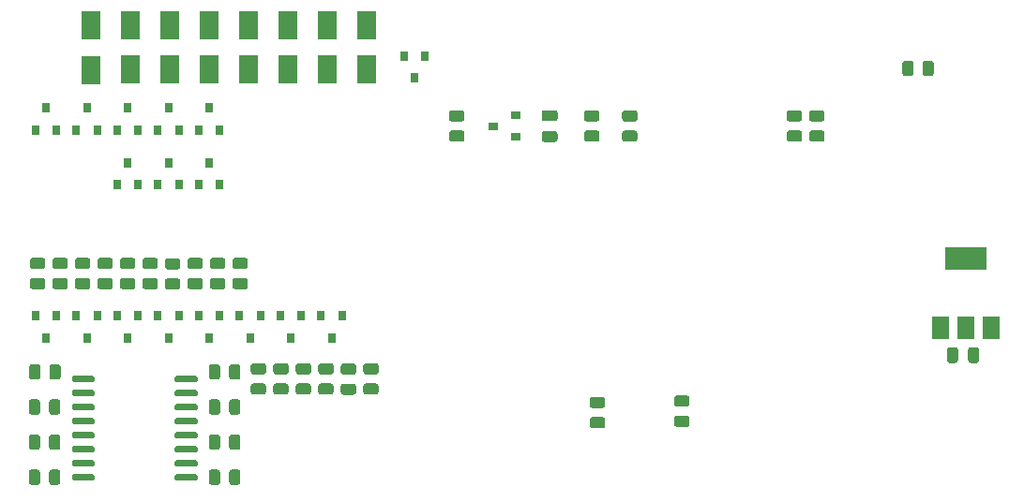
<source format=gtp>
G04 #@! TF.GenerationSoftware,KiCad,Pcbnew,5.1.12-84ad8e8a86~92~ubuntu20.04.1*
G04 #@! TF.CreationDate,2022-01-09T20:19:30+01:00*
G04 #@! TF.ProjectId,ESPHome-Thermostat-pcb,45535048-6f6d-4652-9d54-6865726d6f73,1.0*
G04 #@! TF.SameCoordinates,Original*
G04 #@! TF.FileFunction,Paste,Top*
G04 #@! TF.FilePolarity,Positive*
%FSLAX46Y46*%
G04 Gerber Fmt 4.6, Leading zero omitted, Abs format (unit mm)*
G04 Created by KiCad (PCBNEW 5.1.12-84ad8e8a86~92~ubuntu20.04.1) date 2022-01-09 20:19:30*
%MOMM*%
%LPD*%
G01*
G04 APERTURE LIST*
%ADD10R,0.800000X0.900000*%
%ADD11R,1.500000X2.000000*%
%ADD12R,3.800000X2.000000*%
%ADD13R,0.900000X0.800000*%
%ADD14R,1.800000X2.500000*%
G04 APERTURE END LIST*
G36*
G01*
X102304002Y-95612000D02*
X101403998Y-95612000D01*
G75*
G02*
X101154000Y-95362002I0J249998D01*
G01*
X101154000Y-94836998D01*
G75*
G02*
X101403998Y-94587000I249998J0D01*
G01*
X102304002Y-94587000D01*
G75*
G02*
X102554000Y-94836998I0J-249998D01*
G01*
X102554000Y-95362002D01*
G75*
G02*
X102304002Y-95612000I-249998J0D01*
G01*
G37*
G36*
G01*
X102304002Y-97437000D02*
X101403998Y-97437000D01*
G75*
G02*
X101154000Y-97187002I0J249998D01*
G01*
X101154000Y-96661998D01*
G75*
G02*
X101403998Y-96412000I249998J0D01*
G01*
X102304002Y-96412000D01*
G75*
G02*
X102554000Y-96661998I0J-249998D01*
G01*
X102554000Y-97187002D01*
G75*
G02*
X102304002Y-97437000I-249998J0D01*
G01*
G37*
G36*
G01*
X109023998Y-96285000D02*
X109924002Y-96285000D01*
G75*
G02*
X110174000Y-96534998I0J-249998D01*
G01*
X110174000Y-97060002D01*
G75*
G02*
X109924002Y-97310000I-249998J0D01*
G01*
X109023998Y-97310000D01*
G75*
G02*
X108774000Y-97060002I0J249998D01*
G01*
X108774000Y-96534998D01*
G75*
G02*
X109023998Y-96285000I249998J0D01*
G01*
G37*
G36*
G01*
X109023998Y-94460000D02*
X109924002Y-94460000D01*
G75*
G02*
X110174000Y-94709998I0J-249998D01*
G01*
X110174000Y-95235002D01*
G75*
G02*
X109924002Y-95485000I-249998J0D01*
G01*
X109023998Y-95485000D01*
G75*
G02*
X108774000Y-95235002I0J249998D01*
G01*
X108774000Y-94709998D01*
G75*
G02*
X109023998Y-94460000I249998J0D01*
G01*
G37*
G36*
G01*
X89604002Y-69704000D02*
X88703998Y-69704000D01*
G75*
G02*
X88454000Y-69454002I0J249998D01*
G01*
X88454000Y-68928998D01*
G75*
G02*
X88703998Y-68679000I249998J0D01*
G01*
X89604002Y-68679000D01*
G75*
G02*
X89854000Y-68928998I0J-249998D01*
G01*
X89854000Y-69454002D01*
G75*
G02*
X89604002Y-69704000I-249998J0D01*
G01*
G37*
G36*
G01*
X89604002Y-71529000D02*
X88703998Y-71529000D01*
G75*
G02*
X88454000Y-71279002I0J249998D01*
G01*
X88454000Y-70753998D01*
G75*
G02*
X88703998Y-70504000I249998J0D01*
G01*
X89604002Y-70504000D01*
G75*
G02*
X89854000Y-70753998I0J-249998D01*
G01*
X89854000Y-71279002D01*
G75*
G02*
X89604002Y-71529000I-249998J0D01*
G01*
G37*
D10*
X85344000Y-65770000D03*
X84394000Y-63770000D03*
X86294000Y-63770000D03*
G36*
G01*
X121215998Y-70504000D02*
X122116002Y-70504000D01*
G75*
G02*
X122366000Y-70753998I0J-249998D01*
G01*
X122366000Y-71279002D01*
G75*
G02*
X122116002Y-71529000I-249998J0D01*
G01*
X121215998Y-71529000D01*
G75*
G02*
X120966000Y-71279002I0J249998D01*
G01*
X120966000Y-70753998D01*
G75*
G02*
X121215998Y-70504000I249998J0D01*
G01*
G37*
G36*
G01*
X121215998Y-68679000D02*
X122116002Y-68679000D01*
G75*
G02*
X122366000Y-68928998I0J-249998D01*
G01*
X122366000Y-69454002D01*
G75*
G02*
X122116002Y-69704000I-249998J0D01*
G01*
X121215998Y-69704000D01*
G75*
G02*
X120966000Y-69454002I0J249998D01*
G01*
X120966000Y-68928998D01*
G75*
G02*
X121215998Y-68679000I249998J0D01*
G01*
G37*
G36*
G01*
X120084002Y-69704000D02*
X119183998Y-69704000D01*
G75*
G02*
X118934000Y-69454002I0J249998D01*
G01*
X118934000Y-68928998D01*
G75*
G02*
X119183998Y-68679000I249998J0D01*
G01*
X120084002Y-68679000D01*
G75*
G02*
X120334000Y-68928998I0J-249998D01*
G01*
X120334000Y-69454002D01*
G75*
G02*
X120084002Y-69704000I-249998J0D01*
G01*
G37*
G36*
G01*
X120084002Y-71529000D02*
X119183998Y-71529000D01*
G75*
G02*
X118934000Y-71279002I0J249998D01*
G01*
X118934000Y-70753998D01*
G75*
G02*
X119183998Y-70504000I249998J0D01*
G01*
X120084002Y-70504000D01*
G75*
G02*
X120334000Y-70753998I0J-249998D01*
G01*
X120334000Y-71279002D01*
G75*
G02*
X120084002Y-71529000I-249998J0D01*
G01*
G37*
G36*
G01*
X101796002Y-69704000D02*
X100895998Y-69704000D01*
G75*
G02*
X100646000Y-69454002I0J249998D01*
G01*
X100646000Y-68928998D01*
G75*
G02*
X100895998Y-68679000I249998J0D01*
G01*
X101796002Y-68679000D01*
G75*
G02*
X102046000Y-68928998I0J-249998D01*
G01*
X102046000Y-69454002D01*
G75*
G02*
X101796002Y-69704000I-249998J0D01*
G01*
G37*
G36*
G01*
X101796002Y-71529000D02*
X100895998Y-71529000D01*
G75*
G02*
X100646000Y-71279002I0J249998D01*
G01*
X100646000Y-70753998D01*
G75*
G02*
X100895998Y-70504000I249998J0D01*
G01*
X101796002Y-70504000D01*
G75*
G02*
X102046000Y-70753998I0J-249998D01*
G01*
X102046000Y-71279002D01*
G75*
G02*
X101796002Y-71529000I-249998J0D01*
G01*
G37*
G36*
G01*
X105225002Y-69704000D02*
X104324998Y-69704000D01*
G75*
G02*
X104075000Y-69454002I0J249998D01*
G01*
X104075000Y-68928998D01*
G75*
G02*
X104324998Y-68679000I249998J0D01*
G01*
X105225002Y-68679000D01*
G75*
G02*
X105475000Y-68928998I0J-249998D01*
G01*
X105475000Y-69454002D01*
G75*
G02*
X105225002Y-69704000I-249998J0D01*
G01*
G37*
G36*
G01*
X105225002Y-71529000D02*
X104324998Y-71529000D01*
G75*
G02*
X104075000Y-71279002I0J249998D01*
G01*
X104075000Y-70753998D01*
G75*
G02*
X104324998Y-70504000I249998J0D01*
G01*
X105225002Y-70504000D01*
G75*
G02*
X105475000Y-70753998I0J-249998D01*
G01*
X105475000Y-71279002D01*
G75*
G02*
X105225002Y-71529000I-249998J0D01*
G01*
G37*
G36*
G01*
X51566500Y-91878998D02*
X51566500Y-92779002D01*
G75*
G02*
X51316502Y-93029000I-249998J0D01*
G01*
X50791498Y-93029000D01*
G75*
G02*
X50541500Y-92779002I0J249998D01*
G01*
X50541500Y-91878998D01*
G75*
G02*
X50791498Y-91629000I249998J0D01*
G01*
X51316502Y-91629000D01*
G75*
G02*
X51566500Y-91878998I0J-249998D01*
G01*
G37*
G36*
G01*
X53391500Y-91878998D02*
X53391500Y-92779002D01*
G75*
G02*
X53141502Y-93029000I-249998J0D01*
G01*
X52616498Y-93029000D01*
G75*
G02*
X52366500Y-92779002I0J249998D01*
G01*
X52366500Y-91878998D01*
G75*
G02*
X52616498Y-91629000I249998J0D01*
G01*
X53141502Y-91629000D01*
G75*
G02*
X53391500Y-91878998I0J-249998D01*
G01*
G37*
G36*
G01*
X65982002Y-83039000D02*
X65081998Y-83039000D01*
G75*
G02*
X64832000Y-82789002I0J249998D01*
G01*
X64832000Y-82263998D01*
G75*
G02*
X65081998Y-82014000I249998J0D01*
G01*
X65982002Y-82014000D01*
G75*
G02*
X66232000Y-82263998I0J-249998D01*
G01*
X66232000Y-82789002D01*
G75*
G02*
X65982002Y-83039000I-249998J0D01*
G01*
G37*
G36*
G01*
X65982002Y-84864000D02*
X65081998Y-84864000D01*
G75*
G02*
X64832000Y-84614002I0J249998D01*
G01*
X64832000Y-84088998D01*
G75*
G02*
X65081998Y-83839000I249998J0D01*
G01*
X65982002Y-83839000D01*
G75*
G02*
X66232000Y-84088998I0J-249998D01*
G01*
X66232000Y-84614002D01*
G75*
G02*
X65982002Y-84864000I-249998J0D01*
G01*
G37*
G36*
G01*
X63049998Y-83862500D02*
X63950002Y-83862500D01*
G75*
G02*
X64200000Y-84112498I0J-249998D01*
G01*
X64200000Y-84637502D01*
G75*
G02*
X63950002Y-84887500I-249998J0D01*
G01*
X63049998Y-84887500D01*
G75*
G02*
X62800000Y-84637502I0J249998D01*
G01*
X62800000Y-84112498D01*
G75*
G02*
X63049998Y-83862500I249998J0D01*
G01*
G37*
G36*
G01*
X63049998Y-82037500D02*
X63950002Y-82037500D01*
G75*
G02*
X64200000Y-82287498I0J-249998D01*
G01*
X64200000Y-82812502D01*
G75*
G02*
X63950002Y-83062500I-249998J0D01*
G01*
X63049998Y-83062500D01*
G75*
G02*
X62800000Y-82812502I0J249998D01*
G01*
X62800000Y-82287498D01*
G75*
G02*
X63049998Y-82037500I249998J0D01*
G01*
G37*
G36*
G01*
X68599000Y-92779002D02*
X68599000Y-91878998D01*
G75*
G02*
X68848998Y-91629000I249998J0D01*
G01*
X69374002Y-91629000D01*
G75*
G02*
X69624000Y-91878998I0J-249998D01*
G01*
X69624000Y-92779002D01*
G75*
G02*
X69374002Y-93029000I-249998J0D01*
G01*
X68848998Y-93029000D01*
G75*
G02*
X68599000Y-92779002I0J249998D01*
G01*
G37*
G36*
G01*
X66774000Y-92779002D02*
X66774000Y-91878998D01*
G75*
G02*
X67023998Y-91629000I249998J0D01*
G01*
X67549002Y-91629000D01*
G75*
G02*
X67799000Y-91878998I0J-249998D01*
G01*
X67799000Y-92779002D01*
G75*
G02*
X67549002Y-93029000I-249998J0D01*
G01*
X67023998Y-93029000D01*
G75*
G02*
X66774000Y-92779002I0J249998D01*
G01*
G37*
G36*
G01*
X70046002Y-83039000D02*
X69145998Y-83039000D01*
G75*
G02*
X68896000Y-82789002I0J249998D01*
G01*
X68896000Y-82263998D01*
G75*
G02*
X69145998Y-82014000I249998J0D01*
G01*
X70046002Y-82014000D01*
G75*
G02*
X70296000Y-82263998I0J-249998D01*
G01*
X70296000Y-82789002D01*
G75*
G02*
X70046002Y-83039000I-249998J0D01*
G01*
G37*
G36*
G01*
X70046002Y-84864000D02*
X69145998Y-84864000D01*
G75*
G02*
X68896000Y-84614002I0J249998D01*
G01*
X68896000Y-84088998D01*
G75*
G02*
X69145998Y-83839000I249998J0D01*
G01*
X70046002Y-83839000D01*
G75*
G02*
X70296000Y-84088998I0J-249998D01*
G01*
X70296000Y-84614002D01*
G75*
G02*
X70046002Y-84864000I-249998J0D01*
G01*
G37*
G36*
G01*
X67113998Y-83839000D02*
X68014002Y-83839000D01*
G75*
G02*
X68264000Y-84088998I0J-249998D01*
G01*
X68264000Y-84614002D01*
G75*
G02*
X68014002Y-84864000I-249998J0D01*
G01*
X67113998Y-84864000D01*
G75*
G02*
X66864000Y-84614002I0J249998D01*
G01*
X66864000Y-84088998D01*
G75*
G02*
X67113998Y-83839000I249998J0D01*
G01*
G37*
G36*
G01*
X67113998Y-82014000D02*
X68014002Y-82014000D01*
G75*
G02*
X68264000Y-82263998I0J-249998D01*
G01*
X68264000Y-82789002D01*
G75*
G02*
X68014002Y-83039000I-249998J0D01*
G01*
X67113998Y-83039000D01*
G75*
G02*
X66864000Y-82789002I0J249998D01*
G01*
X66864000Y-82263998D01*
G75*
G02*
X67113998Y-82014000I249998J0D01*
G01*
G37*
G36*
G01*
X68599000Y-95954002D02*
X68599000Y-95053998D01*
G75*
G02*
X68848998Y-94804000I249998J0D01*
G01*
X69374002Y-94804000D01*
G75*
G02*
X69624000Y-95053998I0J-249998D01*
G01*
X69624000Y-95954002D01*
G75*
G02*
X69374002Y-96204000I-249998J0D01*
G01*
X68848998Y-96204000D01*
G75*
G02*
X68599000Y-95954002I0J249998D01*
G01*
G37*
G36*
G01*
X66774000Y-95954002D02*
X66774000Y-95053998D01*
G75*
G02*
X67023998Y-94804000I249998J0D01*
G01*
X67549002Y-94804000D01*
G75*
G02*
X67799000Y-95053998I0J-249998D01*
G01*
X67799000Y-95954002D01*
G75*
G02*
X67549002Y-96204000I-249998J0D01*
G01*
X67023998Y-96204000D01*
G75*
G02*
X66774000Y-95954002I0J249998D01*
G01*
G37*
G36*
G01*
X51543000Y-101403998D02*
X51543000Y-102304002D01*
G75*
G02*
X51293002Y-102554000I-249998J0D01*
G01*
X50767998Y-102554000D01*
G75*
G02*
X50518000Y-102304002I0J249998D01*
G01*
X50518000Y-101403998D01*
G75*
G02*
X50767998Y-101154000I249998J0D01*
G01*
X51293002Y-101154000D01*
G75*
G02*
X51543000Y-101403998I0J-249998D01*
G01*
G37*
G36*
G01*
X53368000Y-101403998D02*
X53368000Y-102304002D01*
G75*
G02*
X53118002Y-102554000I-249998J0D01*
G01*
X52592998Y-102554000D01*
G75*
G02*
X52343000Y-102304002I0J249998D01*
G01*
X52343000Y-101403998D01*
G75*
G02*
X52592998Y-101154000I249998J0D01*
G01*
X53118002Y-101154000D01*
G75*
G02*
X53368000Y-101403998I0J-249998D01*
G01*
G37*
G36*
G01*
X72828998Y-93364000D02*
X73729002Y-93364000D01*
G75*
G02*
X73979000Y-93613998I0J-249998D01*
G01*
X73979000Y-94139002D01*
G75*
G02*
X73729002Y-94389000I-249998J0D01*
G01*
X72828998Y-94389000D01*
G75*
G02*
X72579000Y-94139002I0J249998D01*
G01*
X72579000Y-93613998D01*
G75*
G02*
X72828998Y-93364000I249998J0D01*
G01*
G37*
G36*
G01*
X72828998Y-91539000D02*
X73729002Y-91539000D01*
G75*
G02*
X73979000Y-91788998I0J-249998D01*
G01*
X73979000Y-92314002D01*
G75*
G02*
X73729002Y-92564000I-249998J0D01*
G01*
X72828998Y-92564000D01*
G75*
G02*
X72579000Y-92314002I0J249998D01*
G01*
X72579000Y-91788998D01*
G75*
G02*
X72828998Y-91539000I249998J0D01*
G01*
G37*
G36*
G01*
X71697002Y-92564000D02*
X70796998Y-92564000D01*
G75*
G02*
X70547000Y-92314002I0J249998D01*
G01*
X70547000Y-91788998D01*
G75*
G02*
X70796998Y-91539000I249998J0D01*
G01*
X71697002Y-91539000D01*
G75*
G02*
X71947000Y-91788998I0J-249998D01*
G01*
X71947000Y-92314002D01*
G75*
G02*
X71697002Y-92564000I-249998J0D01*
G01*
G37*
G36*
G01*
X71697002Y-94389000D02*
X70796998Y-94389000D01*
G75*
G02*
X70547000Y-94139002I0J249998D01*
G01*
X70547000Y-93613998D01*
G75*
G02*
X70796998Y-93364000I249998J0D01*
G01*
X71697002Y-93364000D01*
G75*
G02*
X71947000Y-93613998I0J-249998D01*
G01*
X71947000Y-94139002D01*
G75*
G02*
X71697002Y-94389000I-249998J0D01*
G01*
G37*
G36*
G01*
X53790002Y-83039000D02*
X52889998Y-83039000D01*
G75*
G02*
X52640000Y-82789002I0J249998D01*
G01*
X52640000Y-82263998D01*
G75*
G02*
X52889998Y-82014000I249998J0D01*
G01*
X53790002Y-82014000D01*
G75*
G02*
X54040000Y-82263998I0J-249998D01*
G01*
X54040000Y-82789002D01*
G75*
G02*
X53790002Y-83039000I-249998J0D01*
G01*
G37*
G36*
G01*
X53790002Y-84864000D02*
X52889998Y-84864000D01*
G75*
G02*
X52640000Y-84614002I0J249998D01*
G01*
X52640000Y-84088998D01*
G75*
G02*
X52889998Y-83839000I249998J0D01*
G01*
X53790002Y-83839000D01*
G75*
G02*
X54040000Y-84088998I0J-249998D01*
G01*
X54040000Y-84614002D01*
G75*
G02*
X53790002Y-84864000I-249998J0D01*
G01*
G37*
G36*
G01*
X50857998Y-83839000D02*
X51758002Y-83839000D01*
G75*
G02*
X52008000Y-84088998I0J-249998D01*
G01*
X52008000Y-84614002D01*
G75*
G02*
X51758002Y-84864000I-249998J0D01*
G01*
X50857998Y-84864000D01*
G75*
G02*
X50608000Y-84614002I0J249998D01*
G01*
X50608000Y-84088998D01*
G75*
G02*
X50857998Y-83839000I249998J0D01*
G01*
G37*
G36*
G01*
X50857998Y-82014000D02*
X51758002Y-82014000D01*
G75*
G02*
X52008000Y-82263998I0J-249998D01*
G01*
X52008000Y-82789002D01*
G75*
G02*
X51758002Y-83039000I-249998J0D01*
G01*
X50857998Y-83039000D01*
G75*
G02*
X50608000Y-82789002I0J249998D01*
G01*
X50608000Y-82263998D01*
G75*
G02*
X50857998Y-82014000I249998J0D01*
G01*
G37*
G36*
G01*
X51543000Y-98228998D02*
X51543000Y-99129002D01*
G75*
G02*
X51293002Y-99379000I-249998J0D01*
G01*
X50767998Y-99379000D01*
G75*
G02*
X50518000Y-99129002I0J249998D01*
G01*
X50518000Y-98228998D01*
G75*
G02*
X50767998Y-97979000I249998J0D01*
G01*
X51293002Y-97979000D01*
G75*
G02*
X51543000Y-98228998I0J-249998D01*
G01*
G37*
G36*
G01*
X53368000Y-98228998D02*
X53368000Y-99129002D01*
G75*
G02*
X53118002Y-99379000I-249998J0D01*
G01*
X52592998Y-99379000D01*
G75*
G02*
X52343000Y-99129002I0J249998D01*
G01*
X52343000Y-98228998D01*
G75*
G02*
X52592998Y-97979000I249998J0D01*
G01*
X53118002Y-97979000D01*
G75*
G02*
X53368000Y-98228998I0J-249998D01*
G01*
G37*
G36*
G01*
X68599000Y-99129002D02*
X68599000Y-98228998D01*
G75*
G02*
X68848998Y-97979000I249998J0D01*
G01*
X69374002Y-97979000D01*
G75*
G02*
X69624000Y-98228998I0J-249998D01*
G01*
X69624000Y-99129002D01*
G75*
G02*
X69374002Y-99379000I-249998J0D01*
G01*
X68848998Y-99379000D01*
G75*
G02*
X68599000Y-99129002I0J249998D01*
G01*
G37*
G36*
G01*
X66774000Y-99129002D02*
X66774000Y-98228998D01*
G75*
G02*
X67023998Y-97979000I249998J0D01*
G01*
X67549002Y-97979000D01*
G75*
G02*
X67799000Y-98228998I0J-249998D01*
G01*
X67799000Y-99129002D01*
G75*
G02*
X67549002Y-99379000I-249998J0D01*
G01*
X67023998Y-99379000D01*
G75*
G02*
X66774000Y-99129002I0J249998D01*
G01*
G37*
G36*
G01*
X57854002Y-83039000D02*
X56953998Y-83039000D01*
G75*
G02*
X56704000Y-82789002I0J249998D01*
G01*
X56704000Y-82263998D01*
G75*
G02*
X56953998Y-82014000I249998J0D01*
G01*
X57854002Y-82014000D01*
G75*
G02*
X58104000Y-82263998I0J-249998D01*
G01*
X58104000Y-82789002D01*
G75*
G02*
X57854002Y-83039000I-249998J0D01*
G01*
G37*
G36*
G01*
X57854002Y-84864000D02*
X56953998Y-84864000D01*
G75*
G02*
X56704000Y-84614002I0J249998D01*
G01*
X56704000Y-84088998D01*
G75*
G02*
X56953998Y-83839000I249998J0D01*
G01*
X57854002Y-83839000D01*
G75*
G02*
X58104000Y-84088998I0J-249998D01*
G01*
X58104000Y-84614002D01*
G75*
G02*
X57854002Y-84864000I-249998J0D01*
G01*
G37*
G36*
G01*
X54921998Y-83839000D02*
X55822002Y-83839000D01*
G75*
G02*
X56072000Y-84088998I0J-249998D01*
G01*
X56072000Y-84614002D01*
G75*
G02*
X55822002Y-84864000I-249998J0D01*
G01*
X54921998Y-84864000D01*
G75*
G02*
X54672000Y-84614002I0J249998D01*
G01*
X54672000Y-84088998D01*
G75*
G02*
X54921998Y-83839000I249998J0D01*
G01*
G37*
G36*
G01*
X54921998Y-82014000D02*
X55822002Y-82014000D01*
G75*
G02*
X56072000Y-82263998I0J-249998D01*
G01*
X56072000Y-82789002D01*
G75*
G02*
X55822002Y-83039000I-249998J0D01*
G01*
X54921998Y-83039000D01*
G75*
G02*
X54672000Y-82789002I0J249998D01*
G01*
X54672000Y-82263998D01*
G75*
G02*
X54921998Y-82014000I249998J0D01*
G01*
G37*
G36*
G01*
X76892998Y-93364000D02*
X77793002Y-93364000D01*
G75*
G02*
X78043000Y-93613998I0J-249998D01*
G01*
X78043000Y-94139002D01*
G75*
G02*
X77793002Y-94389000I-249998J0D01*
G01*
X76892998Y-94389000D01*
G75*
G02*
X76643000Y-94139002I0J249998D01*
G01*
X76643000Y-93613998D01*
G75*
G02*
X76892998Y-93364000I249998J0D01*
G01*
G37*
G36*
G01*
X76892998Y-91539000D02*
X77793002Y-91539000D01*
G75*
G02*
X78043000Y-91788998I0J-249998D01*
G01*
X78043000Y-92314002D01*
G75*
G02*
X77793002Y-92564000I-249998J0D01*
G01*
X76892998Y-92564000D01*
G75*
G02*
X76643000Y-92314002I0J249998D01*
G01*
X76643000Y-91788998D01*
G75*
G02*
X76892998Y-91539000I249998J0D01*
G01*
G37*
G36*
G01*
X75761002Y-92564000D02*
X74860998Y-92564000D01*
G75*
G02*
X74611000Y-92314002I0J249998D01*
G01*
X74611000Y-91788998D01*
G75*
G02*
X74860998Y-91539000I249998J0D01*
G01*
X75761002Y-91539000D01*
G75*
G02*
X76011000Y-91788998I0J-249998D01*
G01*
X76011000Y-92314002D01*
G75*
G02*
X75761002Y-92564000I-249998J0D01*
G01*
G37*
G36*
G01*
X75761002Y-94389000D02*
X74860998Y-94389000D01*
G75*
G02*
X74611000Y-94139002I0J249998D01*
G01*
X74611000Y-93613998D01*
G75*
G02*
X74860998Y-93364000I249998J0D01*
G01*
X75761002Y-93364000D01*
G75*
G02*
X76011000Y-93613998I0J-249998D01*
G01*
X76011000Y-94139002D01*
G75*
G02*
X75761002Y-94389000I-249998J0D01*
G01*
G37*
G36*
G01*
X51543000Y-95053998D02*
X51543000Y-95954002D01*
G75*
G02*
X51293002Y-96204000I-249998J0D01*
G01*
X50767998Y-96204000D01*
G75*
G02*
X50518000Y-95954002I0J249998D01*
G01*
X50518000Y-95053998D01*
G75*
G02*
X50767998Y-94804000I249998J0D01*
G01*
X51293002Y-94804000D01*
G75*
G02*
X51543000Y-95053998I0J-249998D01*
G01*
G37*
G36*
G01*
X53368000Y-95053998D02*
X53368000Y-95954002D01*
G75*
G02*
X53118002Y-96204000I-249998J0D01*
G01*
X52592998Y-96204000D01*
G75*
G02*
X52343000Y-95954002I0J249998D01*
G01*
X52343000Y-95053998D01*
G75*
G02*
X52592998Y-94804000I249998J0D01*
G01*
X53118002Y-94804000D01*
G75*
G02*
X53368000Y-95053998I0J-249998D01*
G01*
G37*
G36*
G01*
X61918002Y-83039000D02*
X61017998Y-83039000D01*
G75*
G02*
X60768000Y-82789002I0J249998D01*
G01*
X60768000Y-82263998D01*
G75*
G02*
X61017998Y-82014000I249998J0D01*
G01*
X61918002Y-82014000D01*
G75*
G02*
X62168000Y-82263998I0J-249998D01*
G01*
X62168000Y-82789002D01*
G75*
G02*
X61918002Y-83039000I-249998J0D01*
G01*
G37*
G36*
G01*
X61918002Y-84864000D02*
X61017998Y-84864000D01*
G75*
G02*
X60768000Y-84614002I0J249998D01*
G01*
X60768000Y-84088998D01*
G75*
G02*
X61017998Y-83839000I249998J0D01*
G01*
X61918002Y-83839000D01*
G75*
G02*
X62168000Y-84088998I0J-249998D01*
G01*
X62168000Y-84614002D01*
G75*
G02*
X61918002Y-84864000I-249998J0D01*
G01*
G37*
G36*
G01*
X58985998Y-83839000D02*
X59886002Y-83839000D01*
G75*
G02*
X60136000Y-84088998I0J-249998D01*
G01*
X60136000Y-84614002D01*
G75*
G02*
X59886002Y-84864000I-249998J0D01*
G01*
X58985998Y-84864000D01*
G75*
G02*
X58736000Y-84614002I0J249998D01*
G01*
X58736000Y-84088998D01*
G75*
G02*
X58985998Y-83839000I249998J0D01*
G01*
G37*
G36*
G01*
X58985998Y-82014000D02*
X59886002Y-82014000D01*
G75*
G02*
X60136000Y-82263998I0J-249998D01*
G01*
X60136000Y-82789002D01*
G75*
G02*
X59886002Y-83039000I-249998J0D01*
G01*
X58985998Y-83039000D01*
G75*
G02*
X58736000Y-82789002I0J249998D01*
G01*
X58736000Y-82263998D01*
G75*
G02*
X58985998Y-82014000I249998J0D01*
G01*
G37*
G36*
G01*
X68599000Y-102304002D02*
X68599000Y-101403998D01*
G75*
G02*
X68848998Y-101154000I249998J0D01*
G01*
X69374002Y-101154000D01*
G75*
G02*
X69624000Y-101403998I0J-249998D01*
G01*
X69624000Y-102304002D01*
G75*
G02*
X69374002Y-102554000I-249998J0D01*
G01*
X68848998Y-102554000D01*
G75*
G02*
X68599000Y-102304002I0J249998D01*
G01*
G37*
G36*
G01*
X66774000Y-102304002D02*
X66774000Y-101403998D01*
G75*
G02*
X67023998Y-101154000I249998J0D01*
G01*
X67549002Y-101154000D01*
G75*
G02*
X67799000Y-101403998I0J-249998D01*
G01*
X67799000Y-102304002D01*
G75*
G02*
X67549002Y-102554000I-249998J0D01*
G01*
X67023998Y-102554000D01*
G75*
G02*
X66774000Y-102304002I0J249998D01*
G01*
G37*
G36*
G01*
X80956998Y-93364000D02*
X81857002Y-93364000D01*
G75*
G02*
X82107000Y-93613998I0J-249998D01*
G01*
X82107000Y-94139002D01*
G75*
G02*
X81857002Y-94389000I-249998J0D01*
G01*
X80956998Y-94389000D01*
G75*
G02*
X80707000Y-94139002I0J249998D01*
G01*
X80707000Y-93613998D01*
G75*
G02*
X80956998Y-93364000I249998J0D01*
G01*
G37*
G36*
G01*
X80956998Y-91539000D02*
X81857002Y-91539000D01*
G75*
G02*
X82107000Y-91788998I0J-249998D01*
G01*
X82107000Y-92314002D01*
G75*
G02*
X81857002Y-92564000I-249998J0D01*
G01*
X80956998Y-92564000D01*
G75*
G02*
X80707000Y-92314002I0J249998D01*
G01*
X80707000Y-91788998D01*
G75*
G02*
X80956998Y-91539000I249998J0D01*
G01*
G37*
G36*
G01*
X79825002Y-92587500D02*
X78924998Y-92587500D01*
G75*
G02*
X78675000Y-92337502I0J249998D01*
G01*
X78675000Y-91812498D01*
G75*
G02*
X78924998Y-91562500I249998J0D01*
G01*
X79825002Y-91562500D01*
G75*
G02*
X80075000Y-91812498I0J-249998D01*
G01*
X80075000Y-92337502D01*
G75*
G02*
X79825002Y-92587500I-249998J0D01*
G01*
G37*
G36*
G01*
X79825002Y-94412500D02*
X78924998Y-94412500D01*
G75*
G02*
X78675000Y-94162502I0J249998D01*
G01*
X78675000Y-93637498D01*
G75*
G02*
X78924998Y-93387500I249998J0D01*
G01*
X79825002Y-93387500D01*
G75*
G02*
X80075000Y-93637498I0J-249998D01*
G01*
X80075000Y-94162502D01*
G75*
G02*
X79825002Y-94412500I-249998J0D01*
G01*
G37*
G36*
G01*
X131210000Y-65347002D02*
X131210000Y-64446998D01*
G75*
G02*
X131459998Y-64197000I249998J0D01*
G01*
X131985002Y-64197000D01*
G75*
G02*
X132235000Y-64446998I0J-249998D01*
G01*
X132235000Y-65347002D01*
G75*
G02*
X131985002Y-65597000I-249998J0D01*
G01*
X131459998Y-65597000D01*
G75*
G02*
X131210000Y-65347002I0J249998D01*
G01*
G37*
G36*
G01*
X129385000Y-65347002D02*
X129385000Y-64446998D01*
G75*
G02*
X129634998Y-64197000I249998J0D01*
G01*
X130160002Y-64197000D01*
G75*
G02*
X130410000Y-64446998I0J-249998D01*
G01*
X130410000Y-65347002D01*
G75*
G02*
X130160002Y-65597000I-249998J0D01*
G01*
X129634998Y-65597000D01*
G75*
G02*
X129385000Y-65347002I0J249998D01*
G01*
G37*
G36*
G01*
X134424000Y-90330000D02*
X134424000Y-91280000D01*
G75*
G02*
X134174000Y-91530000I-250000J0D01*
G01*
X133674000Y-91530000D01*
G75*
G02*
X133424000Y-91280000I0J250000D01*
G01*
X133424000Y-90330000D01*
G75*
G02*
X133674000Y-90080000I250000J0D01*
G01*
X134174000Y-90080000D01*
G75*
G02*
X134424000Y-90330000I0J-250000D01*
G01*
G37*
G36*
G01*
X136324000Y-90330000D02*
X136324000Y-91280000D01*
G75*
G02*
X136074000Y-91530000I-250000J0D01*
G01*
X135574000Y-91530000D01*
G75*
G02*
X135324000Y-91280000I0J250000D01*
G01*
X135324000Y-90330000D01*
G75*
G02*
X135574000Y-90080000I250000J0D01*
G01*
X136074000Y-90080000D01*
G75*
G02*
X136324000Y-90330000I0J-250000D01*
G01*
G37*
G36*
G01*
X97061000Y-70554000D02*
X98011000Y-70554000D01*
G75*
G02*
X98261000Y-70804000I0J-250000D01*
G01*
X98261000Y-71304000D01*
G75*
G02*
X98011000Y-71554000I-250000J0D01*
G01*
X97061000Y-71554000D01*
G75*
G02*
X96811000Y-71304000I0J250000D01*
G01*
X96811000Y-70804000D01*
G75*
G02*
X97061000Y-70554000I250000J0D01*
G01*
G37*
G36*
G01*
X97061000Y-68654000D02*
X98011000Y-68654000D01*
G75*
G02*
X98261000Y-68904000I0J-250000D01*
G01*
X98261000Y-69404000D01*
G75*
G02*
X98011000Y-69654000I-250000J0D01*
G01*
X97061000Y-69654000D01*
G75*
G02*
X96811000Y-69404000I0J250000D01*
G01*
X96811000Y-68904000D01*
G75*
G02*
X97061000Y-68654000I250000J0D01*
G01*
G37*
D11*
X132828000Y-88367000D03*
X137428000Y-88367000D03*
X135128000Y-88367000D03*
D12*
X135128000Y-82067000D03*
D13*
X92472000Y-70104000D03*
X94472000Y-69154000D03*
X94472000Y-71054000D03*
D10*
X63119000Y-68469000D03*
X64069000Y-70469000D03*
X62169000Y-70469000D03*
X63119000Y-89265000D03*
X62169000Y-87265000D03*
X64069000Y-87265000D03*
X66802000Y-68469000D03*
X67752000Y-70469000D03*
X65852000Y-70469000D03*
X66802000Y-89265000D03*
X65852000Y-87265000D03*
X67752000Y-87265000D03*
X59436000Y-73422000D03*
X60386000Y-75422000D03*
X58486000Y-75422000D03*
X70485000Y-89265000D03*
X69535000Y-87265000D03*
X71435000Y-87265000D03*
X52070000Y-68469000D03*
X53020000Y-70469000D03*
X51120000Y-70469000D03*
X52070000Y-89265000D03*
X51120000Y-87265000D03*
X53020000Y-87265000D03*
X55753000Y-68469000D03*
X56703000Y-70469000D03*
X54803000Y-70469000D03*
X63119000Y-73422000D03*
X64069000Y-75422000D03*
X62169000Y-75422000D03*
X55753000Y-89265000D03*
X54803000Y-87265000D03*
X56703000Y-87265000D03*
X74168000Y-89265000D03*
X73218000Y-87265000D03*
X75118000Y-87265000D03*
X59436000Y-68469000D03*
X60386000Y-70469000D03*
X58486000Y-70469000D03*
X59436000Y-89265000D03*
X58486000Y-87265000D03*
X60386000Y-87265000D03*
D14*
X66802000Y-64992000D03*
X66802000Y-60992000D03*
X70358000Y-64992000D03*
X70358000Y-60992000D03*
X73914000Y-64992000D03*
X73914000Y-60992000D03*
X56134000Y-65024000D03*
X56134000Y-61024000D03*
X59690000Y-64992000D03*
X59690000Y-60992000D03*
X77470000Y-64992000D03*
X77470000Y-60992000D03*
X63246000Y-64992000D03*
X63246000Y-60992000D03*
X81026000Y-64992000D03*
X81026000Y-60992000D03*
D10*
X77851000Y-89265000D03*
X76901000Y-87265000D03*
X78801000Y-87265000D03*
X66802000Y-73422000D03*
X67752000Y-75422000D03*
X65852000Y-75422000D03*
G36*
G01*
X56446000Y-101704000D02*
X56446000Y-102004000D01*
G75*
G02*
X56296000Y-102154000I-150000J0D01*
G01*
X54546000Y-102154000D01*
G75*
G02*
X54396000Y-102004000I0J150000D01*
G01*
X54396000Y-101704000D01*
G75*
G02*
X54546000Y-101554000I150000J0D01*
G01*
X56296000Y-101554000D01*
G75*
G02*
X56446000Y-101704000I0J-150000D01*
G01*
G37*
G36*
G01*
X56446000Y-100434000D02*
X56446000Y-100734000D01*
G75*
G02*
X56296000Y-100884000I-150000J0D01*
G01*
X54546000Y-100884000D01*
G75*
G02*
X54396000Y-100734000I0J150000D01*
G01*
X54396000Y-100434000D01*
G75*
G02*
X54546000Y-100284000I150000J0D01*
G01*
X56296000Y-100284000D01*
G75*
G02*
X56446000Y-100434000I0J-150000D01*
G01*
G37*
G36*
G01*
X56446000Y-99164000D02*
X56446000Y-99464000D01*
G75*
G02*
X56296000Y-99614000I-150000J0D01*
G01*
X54546000Y-99614000D01*
G75*
G02*
X54396000Y-99464000I0J150000D01*
G01*
X54396000Y-99164000D01*
G75*
G02*
X54546000Y-99014000I150000J0D01*
G01*
X56296000Y-99014000D01*
G75*
G02*
X56446000Y-99164000I0J-150000D01*
G01*
G37*
G36*
G01*
X56446000Y-97894000D02*
X56446000Y-98194000D01*
G75*
G02*
X56296000Y-98344000I-150000J0D01*
G01*
X54546000Y-98344000D01*
G75*
G02*
X54396000Y-98194000I0J150000D01*
G01*
X54396000Y-97894000D01*
G75*
G02*
X54546000Y-97744000I150000J0D01*
G01*
X56296000Y-97744000D01*
G75*
G02*
X56446000Y-97894000I0J-150000D01*
G01*
G37*
G36*
G01*
X56446000Y-96624000D02*
X56446000Y-96924000D01*
G75*
G02*
X56296000Y-97074000I-150000J0D01*
G01*
X54546000Y-97074000D01*
G75*
G02*
X54396000Y-96924000I0J150000D01*
G01*
X54396000Y-96624000D01*
G75*
G02*
X54546000Y-96474000I150000J0D01*
G01*
X56296000Y-96474000D01*
G75*
G02*
X56446000Y-96624000I0J-150000D01*
G01*
G37*
G36*
G01*
X56446000Y-95354000D02*
X56446000Y-95654000D01*
G75*
G02*
X56296000Y-95804000I-150000J0D01*
G01*
X54546000Y-95804000D01*
G75*
G02*
X54396000Y-95654000I0J150000D01*
G01*
X54396000Y-95354000D01*
G75*
G02*
X54546000Y-95204000I150000J0D01*
G01*
X56296000Y-95204000D01*
G75*
G02*
X56446000Y-95354000I0J-150000D01*
G01*
G37*
G36*
G01*
X56446000Y-94084000D02*
X56446000Y-94384000D01*
G75*
G02*
X56296000Y-94534000I-150000J0D01*
G01*
X54546000Y-94534000D01*
G75*
G02*
X54396000Y-94384000I0J150000D01*
G01*
X54396000Y-94084000D01*
G75*
G02*
X54546000Y-93934000I150000J0D01*
G01*
X56296000Y-93934000D01*
G75*
G02*
X56446000Y-94084000I0J-150000D01*
G01*
G37*
G36*
G01*
X56446000Y-92814000D02*
X56446000Y-93114000D01*
G75*
G02*
X56296000Y-93264000I-150000J0D01*
G01*
X54546000Y-93264000D01*
G75*
G02*
X54396000Y-93114000I0J150000D01*
G01*
X54396000Y-92814000D01*
G75*
G02*
X54546000Y-92664000I150000J0D01*
G01*
X56296000Y-92664000D01*
G75*
G02*
X56446000Y-92814000I0J-150000D01*
G01*
G37*
G36*
G01*
X65746000Y-92814000D02*
X65746000Y-93114000D01*
G75*
G02*
X65596000Y-93264000I-150000J0D01*
G01*
X63846000Y-93264000D01*
G75*
G02*
X63696000Y-93114000I0J150000D01*
G01*
X63696000Y-92814000D01*
G75*
G02*
X63846000Y-92664000I150000J0D01*
G01*
X65596000Y-92664000D01*
G75*
G02*
X65746000Y-92814000I0J-150000D01*
G01*
G37*
G36*
G01*
X65746000Y-94084000D02*
X65746000Y-94384000D01*
G75*
G02*
X65596000Y-94534000I-150000J0D01*
G01*
X63846000Y-94534000D01*
G75*
G02*
X63696000Y-94384000I0J150000D01*
G01*
X63696000Y-94084000D01*
G75*
G02*
X63846000Y-93934000I150000J0D01*
G01*
X65596000Y-93934000D01*
G75*
G02*
X65746000Y-94084000I0J-150000D01*
G01*
G37*
G36*
G01*
X65746000Y-95354000D02*
X65746000Y-95654000D01*
G75*
G02*
X65596000Y-95804000I-150000J0D01*
G01*
X63846000Y-95804000D01*
G75*
G02*
X63696000Y-95654000I0J150000D01*
G01*
X63696000Y-95354000D01*
G75*
G02*
X63846000Y-95204000I150000J0D01*
G01*
X65596000Y-95204000D01*
G75*
G02*
X65746000Y-95354000I0J-150000D01*
G01*
G37*
G36*
G01*
X65746000Y-96624000D02*
X65746000Y-96924000D01*
G75*
G02*
X65596000Y-97074000I-150000J0D01*
G01*
X63846000Y-97074000D01*
G75*
G02*
X63696000Y-96924000I0J150000D01*
G01*
X63696000Y-96624000D01*
G75*
G02*
X63846000Y-96474000I150000J0D01*
G01*
X65596000Y-96474000D01*
G75*
G02*
X65746000Y-96624000I0J-150000D01*
G01*
G37*
G36*
G01*
X65746000Y-97894000D02*
X65746000Y-98194000D01*
G75*
G02*
X65596000Y-98344000I-150000J0D01*
G01*
X63846000Y-98344000D01*
G75*
G02*
X63696000Y-98194000I0J150000D01*
G01*
X63696000Y-97894000D01*
G75*
G02*
X63846000Y-97744000I150000J0D01*
G01*
X65596000Y-97744000D01*
G75*
G02*
X65746000Y-97894000I0J-150000D01*
G01*
G37*
G36*
G01*
X65746000Y-99164000D02*
X65746000Y-99464000D01*
G75*
G02*
X65596000Y-99614000I-150000J0D01*
G01*
X63846000Y-99614000D01*
G75*
G02*
X63696000Y-99464000I0J150000D01*
G01*
X63696000Y-99164000D01*
G75*
G02*
X63846000Y-99014000I150000J0D01*
G01*
X65596000Y-99014000D01*
G75*
G02*
X65746000Y-99164000I0J-150000D01*
G01*
G37*
G36*
G01*
X65746000Y-100434000D02*
X65746000Y-100734000D01*
G75*
G02*
X65596000Y-100884000I-150000J0D01*
G01*
X63846000Y-100884000D01*
G75*
G02*
X63696000Y-100734000I0J150000D01*
G01*
X63696000Y-100434000D01*
G75*
G02*
X63846000Y-100284000I150000J0D01*
G01*
X65596000Y-100284000D01*
G75*
G02*
X65746000Y-100434000I0J-150000D01*
G01*
G37*
G36*
G01*
X65746000Y-101704000D02*
X65746000Y-102004000D01*
G75*
G02*
X65596000Y-102154000I-150000J0D01*
G01*
X63846000Y-102154000D01*
G75*
G02*
X63696000Y-102004000I0J150000D01*
G01*
X63696000Y-101704000D01*
G75*
G02*
X63846000Y-101554000I150000J0D01*
G01*
X65596000Y-101554000D01*
G75*
G02*
X65746000Y-101704000I0J-150000D01*
G01*
G37*
M02*

</source>
